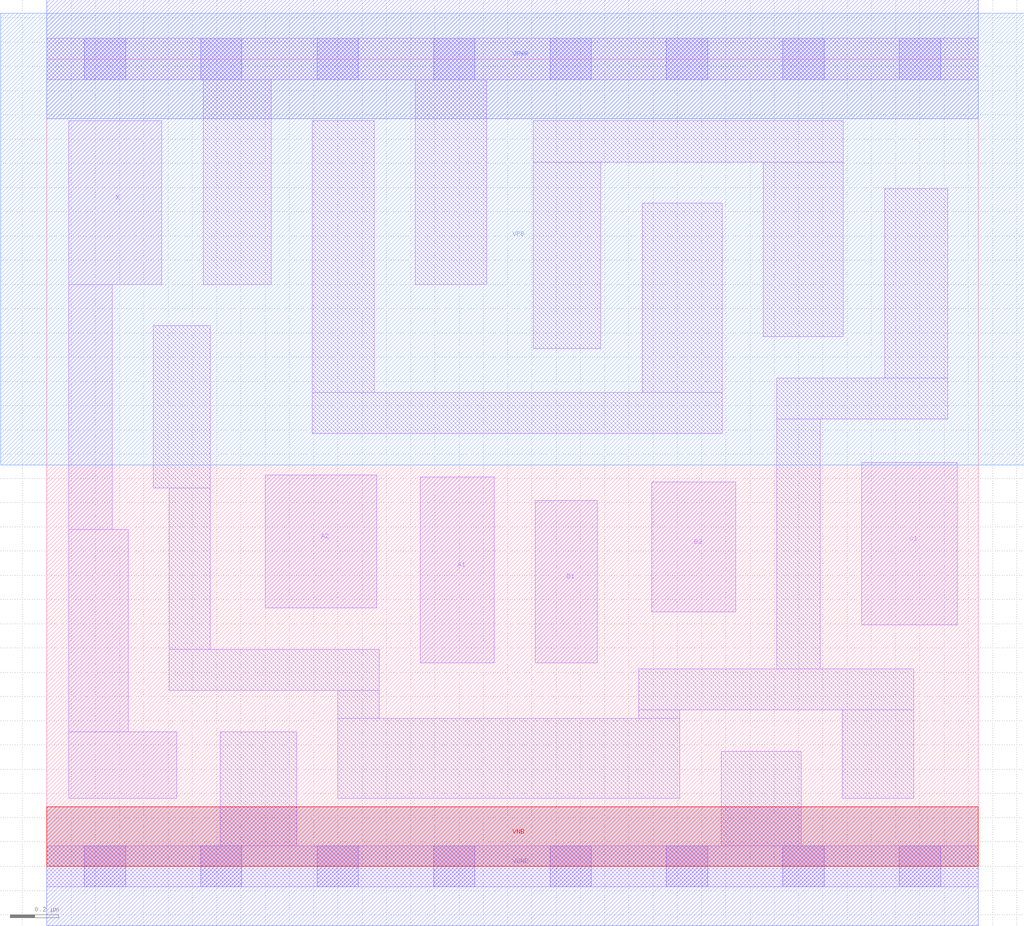
<source format=lef>
# Copyright 2020 The SkyWater PDK Authors
#
# Licensed under the Apache License, Version 2.0 (the "License");
# you may not use this file except in compliance with the License.
# You may obtain a copy of the License at
#
#     https://www.apache.org/licenses/LICENSE-2.0
#
# Unless required by applicable law or agreed to in writing, software
# distributed under the License is distributed on an "AS IS" BASIS,
# WITHOUT WARRANTIES OR CONDITIONS OF ANY KIND, either express or implied.
# See the License for the specific language governing permissions and
# limitations under the License.
#
# SPDX-License-Identifier: Apache-2.0

VERSION 5.7 ;
  NOWIREEXTENSIONATPIN ON ;
  DIVIDERCHAR "/" ;
  BUSBITCHARS "[]" ;
MACRO sky130_fd_sc_lp__a221o_0
  CLASS CORE ;
  FOREIGN sky130_fd_sc_lp__a221o_0 ;
  ORIGIN  0.000000  0.000000 ;
  SIZE  3.840000 BY  3.330000 ;
  SYMMETRY X Y R90 ;
  SITE unit ;
  PIN A1
    ANTENNAGATEAREA  0.159000 ;
    DIRECTION INPUT ;
    USE SIGNAL ;
    PORT
      LAYER li1 ;
        RECT 1.540000 0.840000 1.845000 1.605000 ;
    END
  END A1
  PIN A2
    ANTENNAGATEAREA  0.159000 ;
    DIRECTION INPUT ;
    USE SIGNAL ;
    PORT
      LAYER li1 ;
        RECT 0.900000 1.065000 1.360000 1.615000 ;
    END
  END A2
  PIN B1
    ANTENNAGATEAREA  0.159000 ;
    DIRECTION INPUT ;
    USE SIGNAL ;
    PORT
      LAYER li1 ;
        RECT 2.015000 0.840000 2.270000 1.510000 ;
    END
  END B1
  PIN B2
    ANTENNAGATEAREA  0.159000 ;
    DIRECTION INPUT ;
    USE SIGNAL ;
    PORT
      LAYER li1 ;
        RECT 2.495000 1.050000 2.840000 1.585000 ;
    END
  END B2
  PIN C1
    ANTENNAGATEAREA  0.159000 ;
    DIRECTION INPUT ;
    USE SIGNAL ;
    PORT
      LAYER li1 ;
        RECT 3.360000 0.995000 3.755000 1.665000 ;
    END
  END C1
  PIN X
    ANTENNADIFFAREA  0.280900 ;
    DIRECTION OUTPUT ;
    USE SIGNAL ;
    PORT
      LAYER li1 ;
        RECT 0.090000 0.280000 0.535000 0.555000 ;
        RECT 0.090000 0.555000 0.335000 1.390000 ;
        RECT 0.090000 1.390000 0.270000 2.400000 ;
        RECT 0.090000 2.400000 0.475000 3.075000 ;
    END
  END X
  PIN VGND
    DIRECTION INOUT ;
    USE GROUND ;
    PORT
      LAYER met1 ;
        RECT 0.000000 -0.245000 3.840000 0.245000 ;
    END
  END VGND
  PIN VNB
    DIRECTION INOUT ;
    USE GROUND ;
    PORT
      LAYER pwell ;
        RECT 0.000000 0.000000 3.840000 0.245000 ;
    END
  END VNB
  PIN VPB
    DIRECTION INOUT ;
    USE POWER ;
    PORT
      LAYER nwell ;
        RECT -0.190000 1.655000 4.030000 3.520000 ;
    END
  END VPB
  PIN VPWR
    DIRECTION INOUT ;
    USE POWER ;
    PORT
      LAYER met1 ;
        RECT 0.000000 3.085000 3.840000 3.575000 ;
    END
  END VPWR
  OBS
    LAYER li1 ;
      RECT 0.000000 -0.085000 3.840000 0.085000 ;
      RECT 0.000000  3.245000 3.840000 3.415000 ;
      RECT 0.440000  1.560000 0.675000 2.230000 ;
      RECT 0.505000  0.725000 1.370000 0.895000 ;
      RECT 0.505000  0.895000 0.675000 1.560000 ;
      RECT 0.645000  2.400000 0.925000 3.245000 ;
      RECT 0.715000  0.085000 1.030000 0.555000 ;
      RECT 1.095000  1.785000 2.785000 1.955000 ;
      RECT 1.095000  1.955000 1.350000 3.075000 ;
      RECT 1.200000  0.280000 2.610000 0.610000 ;
      RECT 1.200000  0.610000 1.370000 0.725000 ;
      RECT 1.520000  2.400000 1.815000 3.245000 ;
      RECT 2.005000  2.135000 2.285000 2.905000 ;
      RECT 2.005000  2.905000 3.285000 3.075000 ;
      RECT 2.440000  0.610000 2.610000 0.645000 ;
      RECT 2.440000  0.645000 3.575000 0.815000 ;
      RECT 2.455000  1.955000 2.785000 2.735000 ;
      RECT 2.780000  0.085000 3.110000 0.475000 ;
      RECT 2.955000  2.185000 3.285000 2.905000 ;
      RECT 3.010000  0.815000 3.190000 1.845000 ;
      RECT 3.010000  1.845000 3.715000 2.015000 ;
      RECT 3.280000  0.280000 3.575000 0.645000 ;
      RECT 3.455000  2.015000 3.715000 2.795000 ;
    LAYER mcon ;
      RECT 0.155000 -0.085000 0.325000 0.085000 ;
      RECT 0.155000  3.245000 0.325000 3.415000 ;
      RECT 0.635000 -0.085000 0.805000 0.085000 ;
      RECT 0.635000  3.245000 0.805000 3.415000 ;
      RECT 1.115000 -0.085000 1.285000 0.085000 ;
      RECT 1.115000  3.245000 1.285000 3.415000 ;
      RECT 1.595000 -0.085000 1.765000 0.085000 ;
      RECT 1.595000  3.245000 1.765000 3.415000 ;
      RECT 2.075000 -0.085000 2.245000 0.085000 ;
      RECT 2.075000  3.245000 2.245000 3.415000 ;
      RECT 2.555000 -0.085000 2.725000 0.085000 ;
      RECT 2.555000  3.245000 2.725000 3.415000 ;
      RECT 3.035000 -0.085000 3.205000 0.085000 ;
      RECT 3.035000  3.245000 3.205000 3.415000 ;
      RECT 3.515000 -0.085000 3.685000 0.085000 ;
      RECT 3.515000  3.245000 3.685000 3.415000 ;
  END
END sky130_fd_sc_lp__a221o_0
END LIBRARY

</source>
